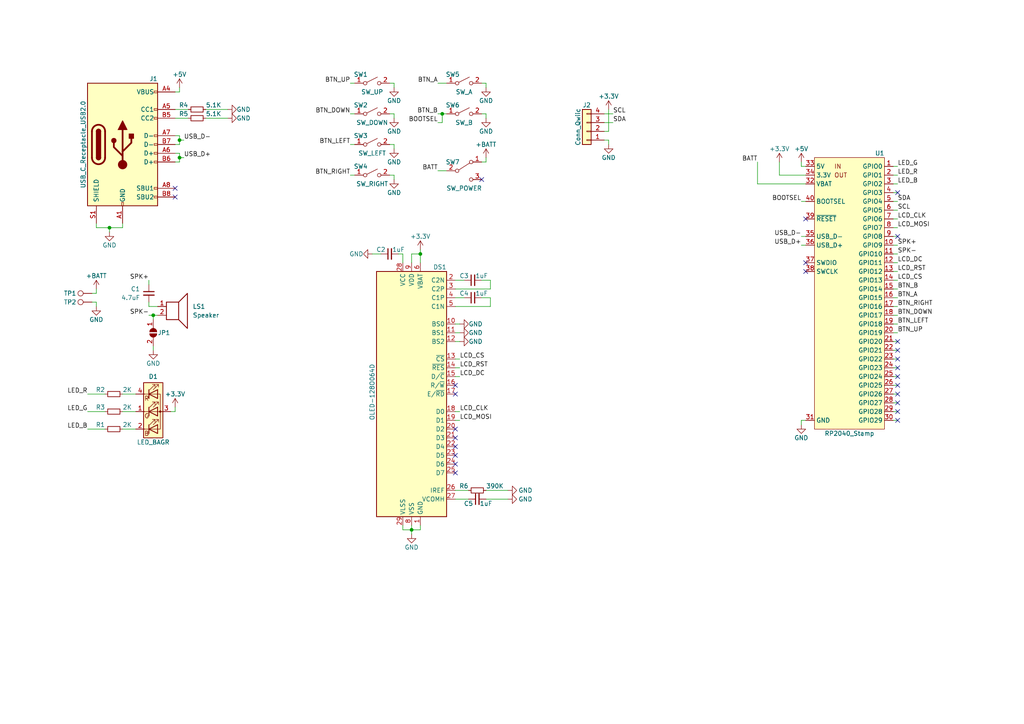
<source format=kicad_sch>
(kicad_sch (version 20230121) (generator eeschema)
  (paper "A4")
  (lib_symbols
    (symbol "Connector:TestPoint" (pin_numbers hide) (pin_names (offset 0.762) hide)
      (property "Reference" "TP" (at 0 6.858 0))
      (property "Value" "TestPoint" (at 0 5.08 0))
      (symbol "TestPoint_0_1"
        (circle (center 0 3.302) (radius 0.762))
      )
      (symbol "TestPoint_1_1"
        (pin passive line (at 0 0 90) (length 2.54) (name "1") (number "1"))
      )
    )
    (symbol "Connector:USB_C_Receptacle_USB2.0" (pin_names (offset 1.016))
      (property "Reference" "J" (at -10.16 19.05 0))
      (property "Value" "USB_C_Receptacle_USB2.0" (at 19.05 19.05 0))
      (symbol "USB_C_Receptacle_USB2.0_0_0"
        (rectangle (start -0.254 -17.78) (end 0.254 -16.764))
        (rectangle (start 10.16 -14.986) (end 9.144 -15.494))
        (rectangle (start 10.16 -12.446) (end 9.144 -12.954))
        (rectangle (start 10.16 -4.826) (end 9.144 -5.334))
        (rectangle (start 10.16 -2.286) (end 9.144 -2.794))
        (rectangle (start 10.16 0.254) (end 9.144 -0.254))
        (rectangle (start 10.16 2.794) (end 9.144 2.286))
        (rectangle (start 10.16 7.874) (end 9.144 7.366))
        (rectangle (start 10.16 10.414) (end 9.144 9.906))
        (rectangle (start 10.16 15.494) (end 9.144 14.986))
      )
      (symbol "USB_C_Receptacle_USB2.0_0_1"
        (rectangle (start -10.16 17.78) (end 10.16 -17.78) (stroke (width 0.254)) (fill (type background)))
        (arc (start -8.89 -3.81) (mid -6.985 -5.7067) (end -5.08 -3.81) (stroke (width 0.508)))
        (arc (start -7.62 -3.81) (mid -6.985 -4.4423) (end -6.35 -3.81) (stroke (width 0.254)))
        (arc (start -7.62 -3.81) (mid -6.985 -4.4423) (end -6.35 -3.81) (stroke (width 0.254)) (fill (type outline)))
        (rectangle (start -7.62 -3.81) (end -6.35 3.81) (stroke (width 0.254)) (fill (type outline)))
        (arc (start -6.35 3.81) (mid -6.985 4.4423) (end -7.62 3.81) (stroke (width 0.254)))
        (arc (start -6.35 3.81) (mid -6.985 4.4423) (end -7.62 3.81) (stroke (width 0.254)) (fill (type outline)))
        (arc (start -5.08 3.81) (mid -6.985 5.7067) (end -8.89 3.81) (stroke (width 0.508)))
        (circle (center -2.54 1.143) (radius 0.635) (stroke (width 0.254)) (fill (type outline)))
        (circle (center 0 -5.842) (radius 1.27) (fill (type outline)))
        (polyline (pts (xy -8.89 -3.81) (xy -8.89 3.81)) (stroke (width 0.508)))
        (polyline (pts (xy -5.08 3.81) (xy -5.08 -3.81)) (stroke (width 0.508)))
        (polyline (pts (xy 0 -5.842) (xy 0 4.318)) (stroke (width 0.508)))
        (polyline (pts (xy 0 -3.302) (xy -2.54 -0.762) (xy -2.54 0.508)) (stroke (width 0.508)))
        (polyline (pts (xy 0 -2.032) (xy 2.54 0.508) (xy 2.54 1.778)) (stroke (width 0.508)))
        (polyline (pts (xy -1.27 4.318) (xy 0 6.858) (xy 1.27 4.318) (xy -1.27 4.318)) (stroke (width 0.254)) (fill (type outline)))
        (rectangle (start 1.905 1.778) (end 3.175 3.048) (stroke (width 0.254)) (fill (type outline)))
      )
      (symbol "USB_C_Receptacle_USB2.0_1_1"
        (pin passive line (at 0 -22.86 90) (length 5.08) (name "GND") (number "A1"))
        (pin passive line (at 0 -22.86 90) (length 5.08) hide (name "GND") (number "A12"))
        (pin passive line (at 15.24 15.24 180) (length 5.08) (name "VBUS") (number "A4"))
        (pin bidirectional line (at 15.24 10.16 180) (length 5.08) (name "CC1") (number "A5"))
        (pin bidirectional line (at 15.24 -2.54 180) (length 5.08) (name "D+") (number "A6"))
        (pin bidirectional line (at 15.24 2.54 180) (length 5.08) (name "D-") (number "A7"))
        (pin bidirectional line (at 15.24 -12.7 180) (length 5.08) (name "SBU1") (number "A8"))
        (pin passive line (at 15.24 15.24 180) (length 5.08) hide (name "VBUS") (number "A9"))
        (pin passive line (at 0 -22.86 90) (length 5.08) hide (name "GND") (number "B1"))
        (pin passive line (at 0 -22.86 90) (length 5.08) hide (name "GND") (number "B12"))
        (pin passive line (at 15.24 15.24 180) (length 5.08) hide (name "VBUS") (number "B4"))
        (pin bidirectional line (at 15.24 7.62 180) (length 5.08) (name "CC2") (number "B5"))
        (pin bidirectional line (at 15.24 -5.08 180) (length 5.08) (name "D+") (number "B6"))
        (pin bidirectional line (at 15.24 0 180) (length 5.08) (name "D-") (number "B7"))
        (pin bidirectional line (at 15.24 -15.24 180) (length 5.08) (name "SBU2") (number "B8"))
        (pin passive line (at 15.24 15.24 180) (length 5.08) hide (name "VBUS") (number "B9"))
        (pin passive line (at -7.62 -22.86 90) (length 5.08) (name "SHIELD") (number "S1"))
      )
    )
    (symbol "Connector_Generic:Conn_01x04" (pin_names (offset 1.016) hide)
      (property "Reference" "J" (at 0 5.08 0))
      (property "Value" "Conn_01x04" (at 0 -7.62 0))
      (symbol "Conn_01x04_1_1"
        (rectangle (start -1.27 -4.953) (end 0 -5.207) (stroke (width 0.1524)))
        (rectangle (start -1.27 -2.413) (end 0 -2.667) (stroke (width 0.1524)))
        (rectangle (start -1.27 0.127) (end 0 -0.127) (stroke (width 0.1524)))
        (rectangle (start -1.27 2.667) (end 0 2.413) (stroke (width 0.1524)))
        (rectangle (start -1.27 3.81) (end 1.27 -6.35) (stroke (width 0.254)) (fill (type background)))
        (pin passive line (at -5.08 2.54 0) (length 3.81) (name "Pin_1") (number "1"))
        (pin passive line (at -5.08 0 0) (length 3.81) (name "Pin_2") (number "2"))
        (pin passive line (at -5.08 -2.54 0) (length 3.81) (name "Pin_3") (number "3"))
        (pin passive line (at -5.08 -5.08 0) (length 3.81) (name "Pin_4") (number "4"))
      )
    )
    (symbol "Device:C_Small" (pin_numbers hide) (pin_names (offset 0.254) hide)
      (property "Reference" "C" (at 0.254 1.778 0))
      (property "Value" "C_Small" (at 0.254 -2.032 0))
      (symbol "C_Small_0_1"
        (polyline (pts (xy -1.524 -0.508) (xy 1.524 -0.508)) (stroke (width 0.3302)))
        (polyline (pts (xy -1.524 0.508) (xy 1.524 0.508)) (stroke (width 0.3048)))
      )
      (symbol "C_Small_1_1"
        (pin passive line (at 0 2.54 270) (length 2.032) (name "~") (number "1"))
        (pin passive line (at 0 -2.54 90) (length 2.032) (name "~") (number "2"))
      )
    )
    (symbol "Device:LED_GBAR" (pin_names (offset 0) hide)
      (property "Reference" "D" (at 0 9.398 0))
      (property "Value" "LED_GBAR" (at 0 -8.89 0))
      (symbol "LED_GBAR_0_0"
        (text "B" (at -1.905 -6.35 0) (effects (font (size 1.27 1.27))))
        (text "G" (at -1.905 -1.27 0) (effects (font (size 1.27 1.27))))
        (text "R" (at -1.905 3.81 0) (effects (font (size 1.27 1.27))))
      )
      (symbol "LED_GBAR_0_1"
        (polyline (pts (xy -1.27 -5.08) (xy -2.54 -5.08)))
        (polyline (pts (xy -1.27 -5.08) (xy 1.27 -5.08)))
        (polyline (pts (xy -1.27 -3.81) (xy -1.27 -6.35)) (stroke (width 0.254)))
        (polyline (pts (xy -1.27 0) (xy -2.54 0)))
        (polyline (pts (xy -1.27 1.27) (xy -1.27 -1.27)) (stroke (width 0.254)))
        (polyline (pts (xy -1.27 5.08) (xy -2.54 5.08)))
        (polyline (pts (xy -1.27 5.08) (xy 1.27 5.08)))
        (polyline (pts (xy -1.27 6.35) (xy -1.27 3.81)) (stroke (width 0.254)))
        (polyline (pts (xy 1.27 0) (xy -1.27 0)))
        (polyline (pts (xy 1.27 0) (xy 2.54 0)))
        (polyline (pts (xy -1.27 1.27) (xy -1.27 -1.27) (xy -1.27 -1.27)))
        (polyline (pts (xy -1.27 6.35) (xy -1.27 3.81) (xy -1.27 3.81)))
        (polyline (pts (xy 1.27 -5.08) (xy 2.032 -5.08) (xy 2.032 5.08) (xy 1.27 5.08)))
        (polyline (pts (xy 1.27 -3.81) (xy 1.27 -6.35) (xy -1.27 -5.08) (xy 1.27 -3.81)) (stroke (width 0.254)))
        (polyline (pts (xy 1.27 1.27) (xy 1.27 -1.27) (xy -1.27 0) (xy 1.27 1.27)) (stroke (width 0.254)))
        (polyline (pts (xy 1.27 6.35) (xy 1.27 3.81) (xy -1.27 5.08) (xy 1.27 6.35)) (stroke (width 0.254)))
        (polyline (pts (xy -1.016 -3.81) (xy 0.508 -2.286) (xy -0.254 -2.286) (xy 0.508 -2.286) (xy 0.508 -3.048)))
        (polyline (pts (xy -1.016 1.27) (xy 0.508 2.794) (xy -0.254 2.794) (xy 0.508 2.794) (xy 0.508 2.032)))
        (polyline (pts (xy -1.016 6.35) (xy 0.508 7.874) (xy -0.254 7.874) (xy 0.508 7.874) (xy 0.508 7.112)))
        (polyline (pts (xy 0 -3.81) (xy 1.524 -2.286) (xy 0.762 -2.286) (xy 1.524 -2.286) (xy 1.524 -3.048)))
        (polyline (pts (xy 0 1.27) (xy 1.524 2.794) (xy 0.762 2.794) (xy 1.524 2.794) (xy 1.524 2.032)))
        (polyline (pts (xy 0 6.35) (xy 1.524 7.874) (xy 0.762 7.874) (xy 1.524 7.874) (xy 1.524 7.112)))
        (rectangle (start 1.27 -1.27) (end 1.27 1.27))
        (rectangle (start 1.27 1.27) (end 1.27 1.27))
        (rectangle (start 1.27 3.81) (end 1.27 6.35))
        (rectangle (start 1.27 6.35) (end 1.27 6.35))
        (circle (center 2.032 0) (radius 0.254) (fill (type outline)))
        (rectangle (start 2.794 8.382) (end -2.794 -7.62) (stroke (width 0.254)) (fill (type background)))
      )
      (symbol "LED_GBAR_1_1"
        (pin passive line (at -5.08 0 0) (length 2.54) (name "GK") (number "1"))
        (pin passive line (at -5.08 -5.08 0) (length 2.54) (name "BK") (number "2"))
        (pin passive line (at 5.08 0 180) (length 2.54) (name "A") (number "3"))
        (pin passive line (at -5.08 5.08 0) (length 2.54) (name "RK") (number "4"))
      )
    )
    (symbol "Device:R_Small" (pin_numbers hide) (pin_names (offset 0.254) hide)
      (property "Reference" "R" (at 0.762 0.508 0))
      (property "Value" "R_Small" (at 0.762 -1.016 0))
      (symbol "R_Small_0_1"
        (rectangle (start -0.762 1.778) (end 0.762 -1.778) (stroke (width 0.2032)))
      )
      (symbol "R_Small_1_1"
        (pin passive line (at 0 2.54 270) (length 0.762) (name "~") (number "1"))
        (pin passive line (at 0 -2.54 90) (length 0.762) (name "~") (number "2"))
      )
    )
    (symbol "Device:Speaker" (pin_names (offset 0) hide)
      (property "Reference" "LS" (at 1.27 5.715 0))
      (property "Value" "Speaker" (at 1.27 3.81 0))
      (symbol "Speaker_0_0"
        (rectangle (start -2.54 1.27) (end 1.016 -3.81) (stroke (width 0.254)))
        (polyline (pts (xy 1.016 1.27) (xy 3.556 3.81) (xy 3.556 -6.35) (xy 1.016 -3.81)) (stroke (width 0.254)))
      )
      (symbol "Speaker_1_1"
        (pin input line (at -5.08 0 0) (length 2.54) (name "1") (number "1"))
        (pin input line (at -5.08 -2.54 0) (length 2.54) (name "2") (number "2"))
      )
    )
    (symbol "Display_Graphic:OLED-128O064D"
      (property "Reference" "DS" (at -10.16 38.1 0))
      (property "Value" "OLED-128O064D" (at 12.7 38.1 0))
      (symbol "OLED-128O064D_0_1"
        (rectangle (start -10.16 35.56) (end 10.16 -35.56) (stroke (width 0.254)) (fill (type background)))
      )
      (symbol "OLED-128O064D_1_1"
        (pin power_in line (at -2.54 -38.1 90) (length 2.54) (name "GND") (number "1"))
        (pin input line (at -12.7 20.32 0) (length 2.54) (name "BS0") (number "10"))
        (pin input line (at -12.7 17.78 0) (length 2.54) (name "BS1") (number "11"))
        (pin input line (at -12.7 15.24 0) (length 2.54) (name "BS2") (number "12"))
        (pin input line (at -12.7 10.16 0) (length 2.54) (name "~{CS}") (number "13"))
        (pin input line (at -12.7 7.62 0) (length 2.54) (name "~{RES}") (number "14"))
        (pin input line (at -12.7 5.08 0) (length 2.54) (name "D/~{C}") (number "15"))
        (pin input line (at -12.7 2.54 0) (length 2.54) (name "R/~{W}") (number "16"))
        (pin input line (at -12.7 0 0) (length 2.54) (name "E/~{RD}") (number "17"))
        (pin bidirectional line (at -12.7 -5.08 0) (length 2.54) (name "D0") (number "18"))
        (pin bidirectional line (at -12.7 -7.62 0) (length 2.54) (name "D1") (number "19"))
        (pin passive line (at -12.7 33.02 0) (length 2.54) (name "C2N") (number "2"))
        (pin bidirectional line (at -12.7 -10.16 0) (length 2.54) (name "D2") (number "20"))
        (pin bidirectional line (at -12.7 -12.7 0) (length 2.54) (name "D3") (number "21"))
        (pin bidirectional line (at -12.7 -15.24 0) (length 2.54) (name "D4") (number "22"))
        (pin bidirectional line (at -12.7 -17.78 0) (length 2.54) (name "D5") (number "23"))
        (pin bidirectional line (at -12.7 -20.32 0) (length 2.54) (name "D6") (number "24"))
        (pin bidirectional line (at -12.7 -22.86 0) (length 2.54) (name "D7") (number "25"))
        (pin passive line (at -12.7 -27.94 0) (length 2.54) (name "IREF") (number "26"))
        (pin passive line (at -12.7 -30.48 0) (length 2.54) (name "VCOMH") (number "27"))
        (pin power_in line (at 2.54 38.1 270) (length 2.54) (name "VCC") (number "28"))
        (pin power_in line (at 2.54 -38.1 90) (length 2.54) (name "VLSS") (number "29"))
        (pin passive line (at -12.7 30.48 0) (length 2.54) (name "C2P") (number "3"))
        (pin passive line (at -2.54 -38.1 90) (length 2.54) hide (name "GND") (number "30"))
        (pin passive line (at -12.7 27.94 0) (length 2.54) (name "C1P") (number "4"))
        (pin passive line (at -12.7 25.4 0) (length 2.54) (name "C1N") (number "5"))
        (pin power_in line (at -2.54 38.1 270) (length 2.54) (name "VBAT") (number "6"))
        (pin no_connect line (at 10.16 0 180) (length 2.54) hide (name "NC") (number "7"))
        (pin power_in line (at 0 -38.1 90) (length 2.54) (name "VSS") (number "8"))
        (pin power_in line (at 0 38.1 270) (length 2.54) (name "VDD") (number "9"))
      )
    )
    (symbol "Jumper:SolderJumper_2_Open" (pin_names (offset 0) hide)
      (property "Reference" "JP" (at 0 2.032 0))
      (property "Value" "SolderJumper_2_Open" (at 0 -2.54 0))
      (symbol "SolderJumper_2_Open_0_1"
        (arc (start -0.254 1.016) (mid -1.2656 0) (end -0.254 -1.016))
        (arc (start -0.254 1.016) (mid -1.2656 0) (end -0.254 -1.016) (fill (type outline)))
        (polyline (pts (xy -0.254 1.016) (xy -0.254 -1.016)))
        (polyline (pts (xy 0.254 1.016) (xy 0.254 -1.016)))
        (arc (start 0.254 -1.016) (mid 1.2656 0) (end 0.254 1.016))
        (arc (start 0.254 -1.016) (mid 1.2656 0) (end 0.254 1.016) (fill (type outline)))
      )
      (symbol "SolderJumper_2_Open_1_1"
        (pin passive line (at -3.81 0 0) (length 2.54) (name "A") (number "1"))
        (pin passive line (at 3.81 0 180) (length 2.54) (name "B") (number "2"))
      )
    )
    (symbol "RP2040_Stamp:RP2040_Stamp"
      (property "Reference" "U" (at 10.16 43.18 0))
      (property "Value" "RP2040_Stamp" (at 0 -38.1 0))
      (symbol "RP2040_Stamp_0_0"
        (text "IN" (at -4.445 39.37 0) (effects (font (size 1.27 1.27)) (justify left)))
        (text "OUT" (at -4.445 36.83 0) (effects (font (size 1.27 1.27)) (justify left)))
        (pin bidirectional line (at 12.7 39.37 180) (length 2.54) (name "GPIO0") (number "1"))
        (pin bidirectional line (at 12.7 16.51 180) (length 2.54) (name "GPIO9") (number "10"))
        (pin bidirectional line (at 12.7 13.97 180) (length 2.54) (name "GPIO10") (number "11"))
        (pin bidirectional line (at 12.7 11.43 180) (length 2.54) (name "GPIO11") (number "12"))
        (pin bidirectional line (at 12.7 8.89 180) (length 2.54) (name "GPIO12") (number "13"))
        (pin bidirectional line (at 12.7 6.35 180) (length 2.54) (name "GPIO13") (number "14"))
        (pin bidirectional line (at 12.7 3.81 180) (length 2.54) (name "GPIO14") (number "15"))
        (pin bidirectional line (at 12.7 1.27 180) (length 2.54) (name "GPIO15") (number "16"))
        (pin bidirectional line (at 12.7 -1.27 180) (length 2.54) (name "GPIO16") (number "17"))
        (pin bidirectional line (at 12.7 -3.81 180) (length 2.54) (name "GPIO17") (number "18"))
        (pin bidirectional line (at 12.7 -6.35 180) (length 2.54) (name "GPIO18") (number "19"))
        (pin bidirectional line (at 12.7 36.83 180) (length 2.54) (name "GPIO1") (number "2"))
        (pin bidirectional line (at 12.7 -8.89 180) (length 2.54) (name "GPIO19") (number "20"))
        (pin bidirectional line (at 12.7 -11.43 180) (length 2.54) (name "GPIO20") (number "21"))
        (pin bidirectional line (at 12.7 -13.97 180) (length 2.54) (name "GPIO21") (number "22"))
        (pin bidirectional line (at 12.7 -16.51 180) (length 2.54) (name "GPIO22") (number "23"))
        (pin bidirectional line (at 12.7 -19.05 180) (length 2.54) (name "GPIO23") (number "24"))
        (pin bidirectional line (at 12.7 -21.59 180) (length 2.54) (name "GPIO24") (number "25"))
        (pin bidirectional line (at 12.7 -24.13 180) (length 2.54) (name "GPIO25") (number "26"))
        (pin bidirectional line (at 12.7 -26.67 180) (length 2.54) (name "GPIO26") (number "27"))
        (pin bidirectional line (at 12.7 -29.21 180) (length 2.54) (name "GPIO27") (number "28"))
        (pin bidirectional line (at 12.7 -31.75 180) (length 2.54) (name "GPIO28") (number "29"))
        (pin bidirectional line (at 12.7 34.29 180) (length 2.54) (name "GPIO2") (number "3"))
        (pin bidirectional line (at 12.7 -34.29 180) (length 2.54) (name "GPIO29") (number "30"))
        (pin power_in line (at -12.7 -34.29 0) (length 2.54) (name "GND") (number "31"))
        (pin power_in line (at -12.7 34.29 0) (length 2.54) (name "VBAT") (number "32"))
        (pin power_in line (at -12.7 39.37 0) (length 2.54) (name "5V") (number "33"))
        (pin power_out line (at -12.7 36.83 0) (length 2.54) (name "3.3V") (number "34"))
        (pin bidirectional line (at -12.7 19.05 0) (length 2.54) (name "USB_D-") (number "35"))
        (pin bidirectional line (at -12.7 16.51 0) (length 2.54) (name "USB_D+") (number "36"))
        (pin bidirectional line (at -12.7 11.43 0) (length 2.54) (name "SWDIO") (number "37"))
        (pin input line (at -12.7 8.89 0) (length 2.54) (name "SWCLK") (number "38"))
        (pin bidirectional line (at -12.7 24.13 0) (length 2.54) (name "~{RESET}") (number "39"))
        (pin bidirectional line (at 12.7 31.75 180) (length 2.54) (name "GPIO3") (number "4"))
        (pin input line (at -12.7 29.21 0) (length 2.54) (name "BOOTSEL") (number "40"))
        (pin bidirectional line (at 12.7 29.21 180) (length 2.54) (name "GPIO4") (number "5"))
        (pin bidirectional line (at 12.7 26.67 180) (length 2.54) (name "GPIO5") (number "6"))
        (pin bidirectional line (at 12.7 24.13 180) (length 2.54) (name "GPIO6") (number "7"))
        (pin bidirectional line (at 12.7 21.59 180) (length 2.54) (name "GPIO7") (number "8"))
        (pin bidirectional line (at 12.7 19.05 180) (length 2.54) (name "GPIO8") (number "9"))
      )
      (symbol "RP2040_Stamp_0_1"
        (rectangle (start -10.16 41.91) (end 10.16 -36.83) (stroke (width 0.1524)) (fill (type background)))
      )
    )
    (symbol "Switch:SW_SPDT" (pin_names (offset 0) hide)
      (property "Reference" "SW" (at 0 4.318 0))
      (property "Value" "SW_SPDT" (at 0 -5.08 0))
      (symbol "SW_SPDT_0_0"
        (circle (center -2.032 0) (radius 0.508))
        (circle (center 2.032 -2.54) (radius 0.508))
      )
      (symbol "SW_SPDT_0_1"
        (polyline (pts (xy -1.524 0.254) (xy 1.651 2.286)))
        (circle (center 2.032 2.54) (radius 0.508))
      )
      (symbol "SW_SPDT_1_1"
        (pin passive line (at 5.08 2.54 180) (length 2.54) (name "A") (number "1"))
        (pin passive line (at -5.08 0 0) (length 2.54) (name "B") (number "2"))
        (pin passive line (at 5.08 -2.54 180) (length 2.54) (name "C") (number "3"))
      )
    )
    (symbol "Switch:SW_SPST" (pin_names (offset 0) hide)
      (property "Reference" "SW" (at 0 3.175 0))
      (property "Value" "SW_SPST" (at 0 -2.54 0))
      (symbol "SW_SPST_0_0"
        (circle (center -2.032 0) (radius 0.508))
        (polyline (pts (xy -1.524 0.254) (xy 1.524 1.778)))
        (circle (center 2.032 0) (radius 0.508))
      )
      (symbol "SW_SPST_1_1"
        (pin passive line (at -5.08 0 0) (length 2.54) (name "A") (number "1"))
        (pin passive line (at 5.08 0 180) (length 2.54) (name "B") (number "2"))
      )
    )
    (symbol "power:+3.3V" (power) (pin_names (offset 0))
      (property "Value" "+3.3V" (at 0 3.556 0))
      (symbol "+3.3V_0_1"
        (polyline (pts (xy -0.762 1.27) (xy 0 2.54)))
        (polyline (pts (xy 0 0) (xy 0 2.54)))
        (polyline (pts (xy 0 2.54) (xy 0.762 1.27)))
      )
      (symbol "+3.3V_1_1"
        (pin power_in line (at 0 0 90) (length 0) hide (name "+3.3V") (number "1"))
      )
    )
    (symbol "power:+5V" (power) (pin_names (offset 0))
      (property "Value" "+5V" (at 0 3.556 0))
      (symbol "+5V_0_1"
        (polyline (pts (xy -0.762 1.27) (xy 0 2.54)))
        (polyline (pts (xy 0 0) (xy 0 2.54)))
        (polyline (pts (xy 0 2.54) (xy 0.762 1.27)))
      )
      (symbol "+5V_1_1"
        (pin power_in line (at 0 0 90) (length 0) hide (name "+5V") (number "1"))
      )
    )
    (symbol "power:+BATT" (power) (pin_names (offset 0))
      (property "Value" "+BATT" (at 0 3.556 0))
      (symbol "+BATT_0_1"
        (polyline (pts (xy -0.762 1.27) (xy 0 2.54)))
        (polyline (pts (xy 0 0) (xy 0 2.54)))
        (polyline (pts (xy 0 2.54) (xy 0.762 1.27)))
      )
      (symbol "+BATT_1_1"
        (pin power_in line (at 0 0 90) (length 0) hide (name "+BATT") (number "1"))
      )
    )
    (symbol "power:GND" (power) (pin_names (offset 0))
      (property "Value" "GND" (at 0 -3.81 0))
      (symbol "GND_0_1"
        (polyline (pts (xy 0 0) (xy 0 -1.27) (xy 1.27 -1.27) (xy 0 -2.54) (xy -1.27 -1.27) (xy 0 -1.27)))
      )
      (symbol "GND_1_1"
        (pin power_in line (at 0 0 270) (length 0) hide (name "GND") (number "1"))
      )
    )
  )
  (junction (at 52.07 45.72))
  (junction (at 31.75 66.04))
  (junction (at 121.92 73.66))
  (junction (at 44.45 91.44))
  (junction (at 128.27 33.02))
  (junction (at 119.38 153.67))
  (junction (at 52.07 40.64))
  (no_connect (at 132.08 127))
  (no_connect (at 260.35 99.06))
  (no_connect (at 260.35 104.14))
  (no_connect (at 260.35 106.68))
  (no_connect (at 260.35 121.92))
  (no_connect (at 132.08 137.16))
  (no_connect (at 132.08 111.76))
  (no_connect (at 132.08 114.3))
  (no_connect (at 132.08 124.46))
  (no_connect (at 260.35 109.22))
  (no_connect (at 260.35 101.6))
  (no_connect (at 260.35 114.3))
  (no_connect (at 139.7 52.07))
  (no_connect (at 260.35 119.38))
  (no_connect (at 260.35 111.76))
  (no_connect (at 50.8 57.15))
  (no_connect (at 50.8 54.61))
  (no_connect (at 132.08 132.08))
  (no_connect (at 132.08 129.54))
  (no_connect (at 132.08 134.62))
  (no_connect (at 260.35 68.58))
  (no_connect (at 233.68 76.2))
  (no_connect (at 233.68 63.5))
  (no_connect (at 233.68 78.74))
  (no_connect (at 260.35 55.88))
  (no_connect (at 260.35 116.84))
  (wire (pts (xy 132.08 83.82) (xy 142.24 83.82)))
  (wire (pts (xy 259.08 78.74) (xy 260.35 78.74)))
  (wire (pts (xy 113.03 24.13) (xy 114.3 24.13)))
  (wire (pts (xy 50.8 46.99) (xy 52.07 46.99)))
  (wire (pts (xy 119.38 152.4) (xy 119.38 153.67)))
  (wire (pts (xy 52.07 39.37) (xy 50.8 39.37)))
  (wire (pts (xy 259.08 104.14) (xy 260.35 104.14)))
  (wire (pts (xy 35.56 124.46) (xy 39.37 124.46)))
  (wire (pts (xy 176.53 31.75) (xy 176.53 38.1)))
  (wire (pts (xy 128.27 33.02) (xy 129.54 33.02)))
  (wire (pts (xy 259.08 86.36) (xy 260.35 86.36)))
  (wire (pts (xy 50.8 118.11) (xy 50.8 119.38)))
  (wire (pts (xy 259.08 73.66) (xy 260.35 73.66)))
  (wire (pts (xy 232.41 68.58) (xy 233.68 68.58)))
  (wire (pts (xy 140.97 45.72) (xy 140.97 46.99)))
  (wire (pts (xy 175.26 38.1) (xy 176.53 38.1)))
  (wire (pts (xy 132.08 142.24) (xy 135.89 142.24)))
  (wire (pts (xy 175.26 33.02) (xy 177.8 33.02)))
  (wire (pts (xy 259.08 99.06) (xy 260.35 99.06)))
  (wire (pts (xy 132.08 81.28) (xy 134.62 81.28)))
  (wire (pts (xy 142.24 86.36) (xy 139.7 86.36)))
  (wire (pts (xy 52.07 39.37) (xy 52.07 40.64)))
  (wire (pts (xy 27.94 66.04) (xy 31.75 66.04)))
  (wire (pts (xy 44.45 91.44) (xy 43.18 91.44)))
  (wire (pts (xy 43.18 88.9) (xy 45.72 88.9)))
  (wire (pts (xy 114.3 41.91) (xy 114.3 43.18)))
  (wire (pts (xy 59.69 34.29) (xy 66.04 34.29)))
  (wire (pts (xy 50.8 34.29) (xy 54.61 34.29)))
  (wire (pts (xy 113.03 33.02) (xy 114.3 33.02)))
  (wire (pts (xy 233.68 48.26) (xy 232.41 48.26)))
  (wire (pts (xy 259.08 50.8) (xy 260.35 50.8)))
  (wire (pts (xy 107.95 73.66) (xy 110.49 73.66)))
  (wire (pts (xy 175.26 40.64) (xy 176.53 40.64)))
  (wire (pts (xy 142.24 81.28) (xy 139.7 81.28)))
  (wire (pts (xy 31.75 66.04) (xy 35.56 66.04)))
  (wire (pts (xy 116.84 73.66) (xy 115.57 73.66)))
  (wire (pts (xy 259.08 101.6) (xy 260.35 101.6)))
  (wire (pts (xy 52.07 45.72) (xy 52.07 46.99)))
  (wire (pts (xy 232.41 121.92) (xy 233.68 121.92)))
  (wire (pts (xy 142.24 83.82) (xy 142.24 81.28)))
  (wire (pts (xy 43.18 87.63) (xy 43.18 88.9)))
  (wire (pts (xy 52.07 25.4) (xy 52.07 26.67)))
  (wire (pts (xy 101.6 33.02) (xy 102.87 33.02)))
  (wire (pts (xy 101.6 50.8) (xy 102.87 50.8)))
  (wire (pts (xy 119.38 153.67) (xy 119.38 154.94)))
  (wire (pts (xy 119.38 73.66) (xy 119.38 76.2)))
  (wire (pts (xy 226.06 46.99) (xy 226.06 50.8)))
  (wire (pts (xy 114.3 24.13) (xy 114.3 25.4)))
  (wire (pts (xy 116.84 152.4) (xy 116.84 153.67)))
  (wire (pts (xy 121.92 153.67) (xy 121.92 152.4)))
  (wire (pts (xy 101.6 24.13) (xy 102.87 24.13)))
  (wire (pts (xy 44.45 100.33) (xy 44.45 101.6)))
  (wire (pts (xy 232.41 46.99) (xy 232.41 48.26)))
  (wire (pts (xy 52.07 41.91) (xy 50.8 41.91)))
  (wire (pts (xy 45.72 91.44) (xy 44.45 91.44)))
  (wire (pts (xy 259.08 121.92) (xy 260.35 121.92)))
  (wire (pts (xy 25.4 119.38) (xy 30.48 119.38)))
  (wire (pts (xy 259.08 111.76) (xy 260.35 111.76)))
  (wire (pts (xy 132.08 106.68) (xy 133.35 106.68)))
  (wire (pts (xy 25.4 124.46) (xy 30.48 124.46)))
  (wire (pts (xy 127 49.53) (xy 129.54 49.53)))
  (wire (pts (xy 259.08 81.28) (xy 260.35 81.28)))
  (wire (pts (xy 219.71 46.99) (xy 219.71 53.34)))
  (wire (pts (xy 127 33.02) (xy 128.27 33.02)))
  (wire (pts (xy 119.38 153.67) (xy 121.92 153.67)))
  (wire (pts (xy 132.08 99.06) (xy 133.35 99.06)))
  (wire (pts (xy 25.4 114.3) (xy 30.48 114.3)))
  (wire (pts (xy 132.08 86.36) (xy 134.62 86.36)))
  (wire (pts (xy 121.92 73.66) (xy 121.92 76.2)))
  (wire (pts (xy 140.97 142.24) (xy 147.32 142.24)))
  (wire (pts (xy 49.53 119.38) (xy 50.8 119.38)))
  (wire (pts (xy 259.08 91.44) (xy 260.35 91.44)))
  (wire (pts (xy 43.18 81.28) (xy 43.18 82.55)))
  (wire (pts (xy 259.08 114.3) (xy 260.35 114.3)))
  (wire (pts (xy 139.7 24.13) (xy 140.97 24.13)))
  (wire (pts (xy 132.08 144.78) (xy 135.89 144.78)))
  (wire (pts (xy 140.97 144.78) (xy 147.32 144.78)))
  (wire (pts (xy 114.3 33.02) (xy 114.3 34.29)))
  (wire (pts (xy 27.94 87.63) (xy 27.94 88.9)))
  (wire (pts (xy 232.41 121.92) (xy 232.41 123.19)))
  (wire (pts (xy 132.08 121.92) (xy 133.35 121.92)))
  (wire (pts (xy 116.84 153.67) (xy 119.38 153.67)))
  (wire (pts (xy 259.08 119.38) (xy 260.35 119.38)))
  (wire (pts (xy 259.08 71.12) (xy 260.35 71.12)))
  (wire (pts (xy 139.7 33.02) (xy 140.97 33.02)))
  (wire (pts (xy 132.08 93.98) (xy 133.35 93.98)))
  (wire (pts (xy 128.27 35.56) (xy 128.27 33.02)))
  (wire (pts (xy 259.08 60.96) (xy 260.35 60.96)))
  (wire (pts (xy 232.41 58.42) (xy 233.68 58.42)))
  (wire (pts (xy 127 35.56) (xy 128.27 35.56)))
  (wire (pts (xy 44.45 91.44) (xy 44.45 92.71)))
  (wire (pts (xy 121.92 72.39) (xy 121.92 73.66)))
  (wire (pts (xy 175.26 35.56) (xy 177.8 35.56)))
  (wire (pts (xy 259.08 55.88) (xy 260.35 55.88)))
  (wire (pts (xy 259.08 66.04) (xy 260.35 66.04)))
  (wire (pts (xy 139.7 46.99) (xy 140.97 46.99)))
  (wire (pts (xy 26.67 87.63) (xy 27.94 87.63)))
  (wire (pts (xy 27.94 83.82) (xy 27.94 85.09)))
  (wire (pts (xy 259.08 83.82) (xy 260.35 83.82)))
  (wire (pts (xy 52.07 44.45) (xy 52.07 45.72)))
  (wire (pts (xy 259.08 109.22) (xy 260.35 109.22)))
  (wire (pts (xy 127 24.13) (xy 129.54 24.13)))
  (wire (pts (xy 176.53 40.64) (xy 176.53 41.91)))
  (wire (pts (xy 259.08 48.26) (xy 260.35 48.26)))
  (wire (pts (xy 140.97 33.02) (xy 140.97 34.29)))
  (wire (pts (xy 114.3 50.8) (xy 114.3 52.07)))
  (wire (pts (xy 259.08 93.98) (xy 260.35 93.98)))
  (wire (pts (xy 142.24 88.9) (xy 142.24 86.36)))
  (wire (pts (xy 31.75 66.04) (xy 31.75 67.31)))
  (wire (pts (xy 113.03 50.8) (xy 114.3 50.8)))
  (wire (pts (xy 132.08 119.38) (xy 133.35 119.38)))
  (wire (pts (xy 259.08 53.34) (xy 260.35 53.34)))
  (wire (pts (xy 259.08 63.5) (xy 260.35 63.5)))
  (wire (pts (xy 101.6 41.91) (xy 102.87 41.91)))
  (wire (pts (xy 27.94 64.77) (xy 27.94 66.04)))
  (wire (pts (xy 233.68 50.8) (xy 226.06 50.8)))
  (wire (pts (xy 52.07 40.64) (xy 53.34 40.64)))
  (wire (pts (xy 113.03 41.91) (xy 114.3 41.91)))
  (wire (pts (xy 35.56 114.3) (xy 39.37 114.3)))
  (wire (pts (xy 52.07 40.64) (xy 52.07 41.91)))
  (wire (pts (xy 259.08 116.84) (xy 260.35 116.84)))
  (wire (pts (xy 259.08 88.9) (xy 260.35 88.9)))
  (wire (pts (xy 35.56 66.04) (xy 35.56 64.77)))
  (wire (pts (xy 259.08 96.52) (xy 260.35 96.52)))
  (wire (pts (xy 140.97 24.13) (xy 140.97 25.4)))
  (wire (pts (xy 132.08 104.14) (xy 133.35 104.14)))
  (wire (pts (xy 35.56 119.38) (xy 39.37 119.38)))
  (wire (pts (xy 59.69 31.75) (xy 66.04 31.75)))
  (wire (pts (xy 50.8 31.75) (xy 54.61 31.75)))
  (wire (pts (xy 259.08 106.68) (xy 260.35 106.68)))
  (wire (pts (xy 26.67 85.09) (xy 27.94 85.09)))
  (wire (pts (xy 50.8 44.45) (xy 52.07 44.45)))
  (wire (pts (xy 132.08 88.9) (xy 142.24 88.9)))
  (wire (pts (xy 259.08 76.2) (xy 260.35 76.2)))
  (wire (pts (xy 50.8 26.67) (xy 52.07 26.67)))
  (wire (pts (xy 259.08 68.58) (xy 260.35 68.58)))
  (wire (pts (xy 52.07 45.72) (xy 53.34 45.72)))
  (wire (pts (xy 132.08 109.22) (xy 133.35 109.22)))
  (wire (pts (xy 116.84 73.66) (xy 116.84 76.2)))
  (wire (pts (xy 232.41 71.12) (xy 233.68 71.12)))
  (wire (pts (xy 233.68 53.34) (xy 219.71 53.34)))
  (wire (pts (xy 119.38 73.66) (xy 121.92 73.66)))
  (wire (pts (xy 132.08 96.52) (xy 133.35 96.52)))
  (wire (pts (xy 259.08 58.42) (xy 260.35 58.42)))
  (label "LCD_DC" (at 133.35 109.22 0))
  (label "LCD_DC" (at 260.35 76.2 0))
  (label "LCD_CS" (at 260.35 81.28 0))
  (label "USB_D+" (at 53.34 45.72 0))
  (label "LCD_CLK" (at 260.35 63.5 0))
  (label "BOOTSEL" (at 232.41 58.42 180))
  (label "SPK-" (at 43.18 91.44 180))
  (label "LED_B" (at 25.4 124.46 180))
  (label "USB_D+" (at 232.41 71.12 180))
  (label "SPK+" (at 260.35 71.12 0))
  (label "LCD_CS" (at 133.35 104.14 0))
  (label "SPK+" (at 43.18 81.28 180))
  (label "BTN_RIGHT" (at 260.35 88.9 0))
  (label "BTN_A" (at 127 24.13 180))
  (label "LED_B" (at 260.35 53.34 0))
  (label "LCD_MOSI" (at 133.35 121.92 0))
  (label "LED_R" (at 260.35 50.8 0))
  (label "SDA" (at 177.8 35.56 0))
  (label "SDA" (at 260.35 58.42 0))
  (label "LED_G" (at 260.35 48.26 0))
  (label "BTN_B" (at 260.35 83.82 0))
  (label "BTN_DOWN" (at 260.35 91.44 0))
  (label "BTN_LEFT" (at 260.35 93.98 0))
  (label "LCD_RST" (at 260.35 78.74 0))
  (label "SPK-" (at 260.35 73.66 0))
  (label "USB_D-" (at 232.41 68.58 180))
  (label "BTN_UP" (at 101.6 24.13 180))
  (label "LCD_RST" (at 133.35 106.68 0))
  (label "BATT" (at 127 49.53 180))
  (label "BTN_UP" (at 260.35 96.52 0))
  (label "LCD_CLK" (at 133.35 119.38 0))
  (label "BATT" (at 219.71 46.99 180))
  (label "USB_D-" (at 53.34 40.64 0))
  (label "BTN_A" (at 260.35 86.36 0))
  (label "BTN_RIGHT" (at 101.6 50.8 180))
  (label "BTN_DOWN" (at 101.6 33.02 180))
  (label "LED_R" (at 25.4 114.3 180))
  (label "LCD_MOSI" (at 260.35 66.04 0))
  (label "BTN_B" (at 127 33.02 180))
  (label "BTN_LEFT" (at 101.6 41.91 180))
  (label "SCL" (at 177.8 33.02 0))
  (label "BOOTSEL" (at 127 35.56 180))
  (label "LED_G" (at 25.4 119.38 180))
  (label "SCL" (at 260.35 60.96 0))
  (symbol (lib_id "Switch:SW_SPST") (at 107.95 33.02 0) (unit 1)
    (property "Reference" "SW2" (at 106.68 30.48 0) (effects (justify right)))
    (property "Value" "SW_DOWN" (at 107.95 35.56 0))
    (property "Footprint" "Button_Switch_SMD_Extra:RMT-CZ66" (effects hide))
    (property "LCSC" "C128939" (effects hide))
  )
  (symbol (lib_id "Connector:USB_C_Receptacle_USB2.0") (at 35.56 41.91 0) (unit 1)
    (property "Reference" "J1" (at 45.72 22.86 0) (effects (justify right)))
    (property "Value" "USB_C_Receptacle_USB2.0" (at 24.13 41.91 90))
    (property "Footprint" "Connector_USB:USB_C_Receptacle_HRO_TYPE-C-31-M-12" (effects hide))
    (property "Datasheet" "https://www.usb.org/sites/default/files/documents/usb_type-c.zip" (effects hide))
    (property "LCSC" "C165948" (effects hide))
  )
  (symbol (lib_id "power:GND") (at 176.53 41.91 0) (unit 1)
    (property "Reference" "#PWR0126" (effects hide))
    (property "Value" "GND" (at 176.53 45.72 0))
  )
  (symbol (lib_id "power:GND") (at 114.3 34.29 0) (unit 1)
    (property "Reference" "#PWR0110" (effects hide))
    (property "Value" "GND" (at 114.3 38.1 0))
  )
  (symbol (lib_id "Device:C_Small") (at 113.03 73.66 90) (unit 1)
    (property "Reference" "C2" (at 110.49 72.39 90))
    (property "Value" "1uF" (at 115.57 72.39 90))
    (property "Footprint" "Capacitor_SMD:C_0603_1608Metric" (effects hide))
  )
  (symbol (lib_id "power:GND") (at 140.97 25.4 0) (unit 1)
    (property "Reference" "#PWR0112" (effects hide))
    (property "Value" "GND" (at 140.97 29.21 0))
  )
  (symbol (lib_id "power:GND") (at 147.32 144.78 90) (unit 1)
    (property "Reference" "#PWR0122" (effects hide))
    (property "Value" "GND" (at 152.4 144.78 90))
  )
  (symbol (lib_id "power:GND") (at 114.3 52.07 0) (unit 1)
    (property "Reference" "#PWR0116" (effects hide))
    (property "Value" "GND" (at 114.3 55.88 0))
  )
  (symbol (lib_id "power:+BATT") (at 27.94 83.82 0) (unit 1)
    (property "Reference" "#PWR0108" (effects hide))
    (property "Value" "+BATT" (at 27.94 80.01 0))
  )
  (symbol (lib_id "power:GND") (at 66.04 31.75 90) (unit 1)
    (property "Reference" "#PWR0103" (effects hide))
    (property "Value" "GND" (at 68.58 31.75 90) (effects (justify right)))
  )
  (symbol (lib_id "power:GND") (at 133.35 96.52 90) (unit 1)
    (property "Reference" "#PWR0124" (effects hide))
    (property "Value" "GND" (at 135.89 96.52 90) (effects (justify right)))
  )
  (symbol (lib_id "Device:R_Small") (at 33.02 124.46 90) (unit 1)
    (property "Reference" "R1" (at 30.48 123.19 90) (effects (justify left)))
    (property "Value" "2K" (at 35.56 123.19 90) (effects (justify right)))
    (property "Footprint" "Resistor_SMD:R_0603_1608Metric" (effects hide))
  )
  (symbol (lib_id "Jumper:SolderJumper_2_Open") (at 44.45 96.52 90) (mirror x) (unit 1)
    (property "Reference" "JP1" (at 45.72 96.52 90) (effects (justify right)))
    (property "Value" "SJ_LOUDER" (effects hide))
    (property "Footprint" "Jumper:SolderJumper-2_P1.3mm_Open_RoundedPad1.0x1.5mm" (effects hide))
  )
  (symbol (lib_id "Device:C_Small") (at 137.16 81.28 90) (unit 1)
    (property "Reference" "C3" (at 134.62 80.01 90))
    (property "Value" "1uF" (at 139.7 80.01 90))
    (property "Footprint" "Capacitor_SMD:C_0603_1608Metric" (effects hide))
  )
  (symbol (lib_id "Device:R_Small") (at 138.43 142.24 90) (unit 1)
    (property "Reference" "R6" (at 135.89 140.97 90) (effects (justify left)))
    (property "Value" "390K" (at 140.97 140.97 90) (effects (justify right)))
    (property "Footprint" "Resistor_SMD:R_0603_1608Metric" (effects hide))
  )
  (symbol (lib_id "power:+3.3V") (at 226.06 46.99 0) (unit 1)
    (property "Reference" "#PWR0107" (effects hide))
    (property "Value" "+3.3V" (at 226.06 43.18 0))
  )
  (symbol (lib_id "power:GND") (at 27.94 88.9 0) (unit 1)
    (property "Reference" "#PWR0109" (effects hide))
    (property "Value" "GND" (at 27.94 92.71 0))
  )
  (symbol (lib_id "power:GND") (at 107.95 73.66 270) (unit 1)
    (property "Reference" "#PWR0119" (effects hide))
    (property "Value" "GND" (at 105.41 73.66 90) (effects (justify right)))
  )
  (symbol (lib_id "Device:R_Small") (at 33.02 119.38 90) (unit 1)
    (property "Reference" "R3" (at 30.48 118.11 90) (effects (justify left)))
    (property "Value" "2K" (at 35.56 118.11 90) (effects (justify right)))
    (property "Footprint" "Resistor_SMD:R_0603_1608Metric" (effects hide))
  )
  (symbol (lib_id "Device:Speaker") (at 50.8 88.9 0) (unit 1)
    (property "Reference" "LS1" (at 55.88 88.8999 0) (effects (justify left)))
    (property "Value" "Speaker" (at 55.88 91.4399 0) (effects (justify left)))
    (property "Footprint" "Buzzer_Beeper_Extra:CMT-5023S" (effects hide))
    (property "LCSC" "C94598" (effects hide))
  )
  (symbol (lib_id "Display_Graphic:OLED-128O064D") (at 119.38 114.3 0) (mirror y) (unit 1)
    (property "Reference" "DS1" (at 129.54 77.47 0) (effects (justify left)))
    (property "Value" "OLED-128O064D" (at 107.95 121.92 90) (effects (justify left)))
    (property "Footprint" "Display:OLED-128O064D" (effects hide))
    (property "Datasheet" "https://www.vishay.com/docs/37902/oled128o064dbpp3n00000.pdf" (effects hide))
  )
  (symbol (lib_id "power:GND") (at 147.32 142.24 90) (unit 1)
    (property "Reference" "#PWR0121" (effects hide))
    (property "Value" "GND" (at 152.4 142.24 90))
  )
  (symbol (lib_id "Device:R_Small") (at 57.15 34.29 90) (unit 1)
    (property "Reference" "R5" (at 54.61 33.02 90) (effects (justify left)))
    (property "Value" "5.1K" (at 59.69 33.02 90) (effects (justify right)))
    (property "Footprint" "Resistor_SMD:R_0603_1608Metric" (effects hide))
  )
  (symbol (lib_id "power:GND") (at 66.04 34.29 90) (unit 1)
    (property "Reference" "#PWR0104" (effects hide))
    (property "Value" "GND" (at 68.58 34.29 90) (effects (justify right)))
  )
  (symbol (lib_id "power:+3.3V") (at 176.53 31.75 0) (unit 1)
    (property "Reference" "#PWR0127" (effects hide))
    (property "Value" "+3.3V" (at 176.53 27.94 0))
  )
  (symbol (lib_id "Device:C_Small") (at 43.18 85.09 0) (unit 1)
    (property "Reference" "C1" (at 40.64 83.82 0) (effects (justify right)))
    (property "Value" "4.7uF" (at 40.64 86.36 0) (effects (justify right)))
    (property "Footprint" "Capacitor_SMD:C_0603_1608Metric" (effects hide))
  )
  (symbol (lib_id "Device:R_Small") (at 57.15 31.75 90) (unit 1)
    (property "Reference" "R4" (at 54.61 30.48 90) (effects (justify left)))
    (property "Value" "5.1K" (at 59.69 30.48 90) (effects (justify right)))
    (property "Footprint" "Resistor_SMD:R_0603_1608Metric" (effects hide))
  )
  (symbol (lib_id "Connector_Generic:Conn_01x04") (at 170.18 38.1 180) (unit 1)
    (property "Reference" "J2" (at 170.18 30.48 0))
    (property "Value" "Conn_Qwiic" (at 167.64 36.83 90))
    (property "Footprint" "Connector_JST:JST_SH_SM04B-SRSS-TB_1x04-1MP_P1.00mm_Horizontal" (effects hide))
    (property "LCSC" "C145956" (effects hide))
  )
  (symbol (lib_id "power:GND") (at 119.38 154.94 0) (unit 1)
    (property "Reference" "#PWR0120" (effects hide))
    (property "Value" "GND" (at 119.38 158.75 0))
  )
  (symbol (lib_id "RP2040_Stamp:RP2040_Stamp") (at 246.38 87.63 0) (unit 1)
    (property "Reference" "U1" (at 256.54 44.45 0) (effects (justify right)))
    (property "Value" "RP2040_Stamp" (at 246.38 125.73 0))
    (property "Footprint" "RP2040_Stamp:RP2040_Stamp_SMD" (effects hide))
  )
  (symbol (lib_id "Connector:TestPoint") (at 26.67 85.09 90) (unit 1)
    (property "Reference" "TP1" (at 20.32 85.09 90))
    (property "Value" "TP_BATT+" (effects hide))
    (property "Footprint" "TestPoint:TestPoint_Pad_2.5x2.5mm" (effects hide))
  )
  (symbol (lib_id "power:GND") (at 44.45 101.6 0) (unit 1)
    (property "Reference" "#PWR0128" (effects hide))
    (property "Value" "GND" (at 44.45 105.41 0))
  )
  (symbol (lib_id "Device:C_Small") (at 138.43 144.78 90) (mirror x) (unit 1)
    (property "Reference" "C5" (at 135.89 146.05 90))
    (property "Value" "1uF" (at 140.97 146.05 90))
    (property "Footprint" "Capacitor_SMD:C_0603_1608Metric" (effects hide))
  )
  (symbol (lib_id "power:GND") (at 133.35 99.06 90) (unit 1)
    (property "Reference" "#PWR0125" (effects hide))
    (property "Value" "GND" (at 135.89 99.06 90) (effects (justify right)))
  )
  (symbol (lib_id "power:+5V") (at 52.07 25.4 0) (unit 1)
    (property "Reference" "#PWR0101" (effects hide))
    (property "Value" "+5V" (at 52.07 21.59 0))
  )
  (symbol (lib_id "power:+3.3V") (at 50.8 118.11 0) (unit 1)
    (property "Reference" "#PWR0118" (effects hide))
    (property "Value" "+3.3V" (at 50.8 114.3 0))
  )
  (symbol (lib_id "Switch:SW_SPDT") (at 134.62 49.53 0) (unit 1)
    (property "Reference" "SW7" (at 133.35 46.99 0) (effects (justify right)))
    (property "Value" "SW_POWER" (at 134.62 54.61 0))
    (property "Footprint" "Button_Switch_SMD:SW_SPDT_PCM12" (effects hide))
    (property "LCSC" "C319020" (effects hide))
  )
  (symbol (lib_id "Connector:TestPoint") (at 26.67 87.63 90) (unit 1)
    (property "Reference" "TP2" (at 20.32 87.63 90))
    (property "Value" "TP_BATT-" (effects hide))
    (property "Footprint" "TestPoint:TestPoint_Pad_2.5x2.5mm" (effects hide))
  )
  (symbol (lib_id "Switch:SW_SPST") (at 107.95 24.13 0) (unit 1)
    (property "Reference" "SW1" (at 106.68 21.59 0) (effects (justify right)))
    (property "Value" "SW_UP" (at 107.95 26.67 0))
    (property "Footprint" "Button_Switch_SMD_Extra:RMT-CZ66" (effects hide))
    (property "LCSC" "C128939" (effects hide))
  )
  (symbol (lib_id "Switch:SW_SPST") (at 107.95 50.8 0) (unit 1)
    (property "Reference" "SW4" (at 106.68 48.26 0) (effects (justify right)))
    (property "Value" "SW_RIGHT" (at 107.95 53.34 0))
    (property "Footprint" "Button_Switch_SMD_Extra:RMT-CZ66" (effects hide))
    (property "LCSC" "C128939" (effects hide))
  )
  (symbol (lib_id "power:GND") (at 133.35 93.98 90) (unit 1)
    (property "Reference" "#PWR0123" (effects hide))
    (property "Value" "GND" (at 135.89 93.98 90) (effects (justify right)))
  )
  (symbol (lib_id "power:GND") (at 232.41 123.19 0) (unit 1)
    (property "Reference" "#PWR0105" (effects hide))
    (property "Value" "GND" (at 232.41 127 0))
  )
  (symbol (lib_id "Switch:SW_SPST") (at 134.62 24.13 0) (unit 1)
    (property "Reference" "SW5" (at 133.35 21.59 0) (effects (justify right)))
    (property "Value" "SW_A" (at 134.62 26.67 0))
    (property "Footprint" "Button_Switch_SMD_Extra:RMT-CZ66" (effects hide))
    (property "LCSC" "C128939" (effects hide))
  )
  (symbol (lib_id "power:+BATT") (at 140.97 45.72 0) (unit 1)
    (property "Reference" "#PWR0114" (effects hide))
    (property "Value" "+BATT" (at 140.97 41.91 0))
  )
  (symbol (lib_id "power:GND") (at 140.97 34.29 0) (unit 1)
    (property "Reference" "#PWR0115" (effects hide))
    (property "Value" "GND" (at 140.97 38.1 0))
  )
  (symbol (lib_id "power:GND") (at 114.3 43.18 0) (unit 1)
    (property "Reference" "#PWR0113" (effects hide))
    (property "Value" "GND" (at 114.3 46.99 0))
  )
  (symbol (lib_id "power:+5V") (at 232.41 46.99 0) (unit 1)
    (property "Reference" "#PWR0106" (effects hide))
    (property "Value" "+5V" (at 232.41 43.18 0))
  )
  (symbol (lib_id "power:GND") (at 31.75 67.31 0) (unit 1)
    (property "Reference" "#PWR0102" (effects hide))
    (property "Value" "GND" (at 31.75 71.12 0))
  )
  (symbol (lib_id "Device:C_Small") (at 137.16 86.36 90) (unit 1)
    (property "Reference" "C4" (at 134.62 85.09 90))
    (property "Value" "1uF" (at 139.7 85.09 90))
    (property "Footprint" "Capacitor_SMD:C_0603_1608Metric" (effects hide))
  )
  (symbol (lib_id "Device:LED_GBAR") (at 44.45 119.38 0) (unit 1)
    (property "Reference" "D1" (at 44.45 109.22 0))
    (property "Value" "LED_BAGR" (at 44.45 128.27 0))
    (property "Footprint" "LED_SMD_Extra:LED_RGBA_0606" (effects hide))
    (property "LCSC" "C375569" (effects hide))
  )
  (symbol (lib_id "Switch:SW_SPST") (at 134.62 33.02 0) (unit 1)
    (property "Reference" "SW6" (at 133.35 30.48 0) (effects (justify right)))
    (property "Value" "SW_B" (at 134.62 35.56 0))
    (property "Footprint" "Button_Switch_SMD_Extra:RMT-CZ66" (effects hide))
    (property "LCSC" "C128939" (effects hide))
  )
  (symbol (lib_id "power:+3.3V") (at 121.92 72.39 0) (unit 1)
    (property "Reference" "#PWR0117" (effects hide))
    (property "Value" "+3.3V" (at 121.92 68.58 0))
  )
  (symbol (lib_id "Device:R_Small") (at 33.02 114.3 90) (unit 1)
    (property "Reference" "R2" (at 30.48 113.03 90) (effects (justify left)))
    (property "Value" "2K" (at 35.56 113.03 90) (effects (justify right)))
    (property "Footprint" "Resistor_SMD:R_0603_1608Metric" (effects hide))
  )
  (symbol (lib_id "power:GND") (at 114.3 25.4 0) (unit 1)
    (property "Reference" "#PWR0111" (effects hide))
    (property "Value" "GND" (at 114.3 29.21 0))
  )
  (symbol (lib_id "Switch:SW_SPST") (at 107.95 41.91 0) (unit 1)
    (property "Reference" "SW3" (at 106.68 39.37 0) (effects (justify right)))
    (property "Value" "SW_LEFT" (at 107.95 44.45 0))
    (property "Footprint" "Button_Switch_SMD_Extra:RMT-CZ66" (effects hide))
    (property "LCSC" "C128939" (effects hide))
  )
)
</source>
